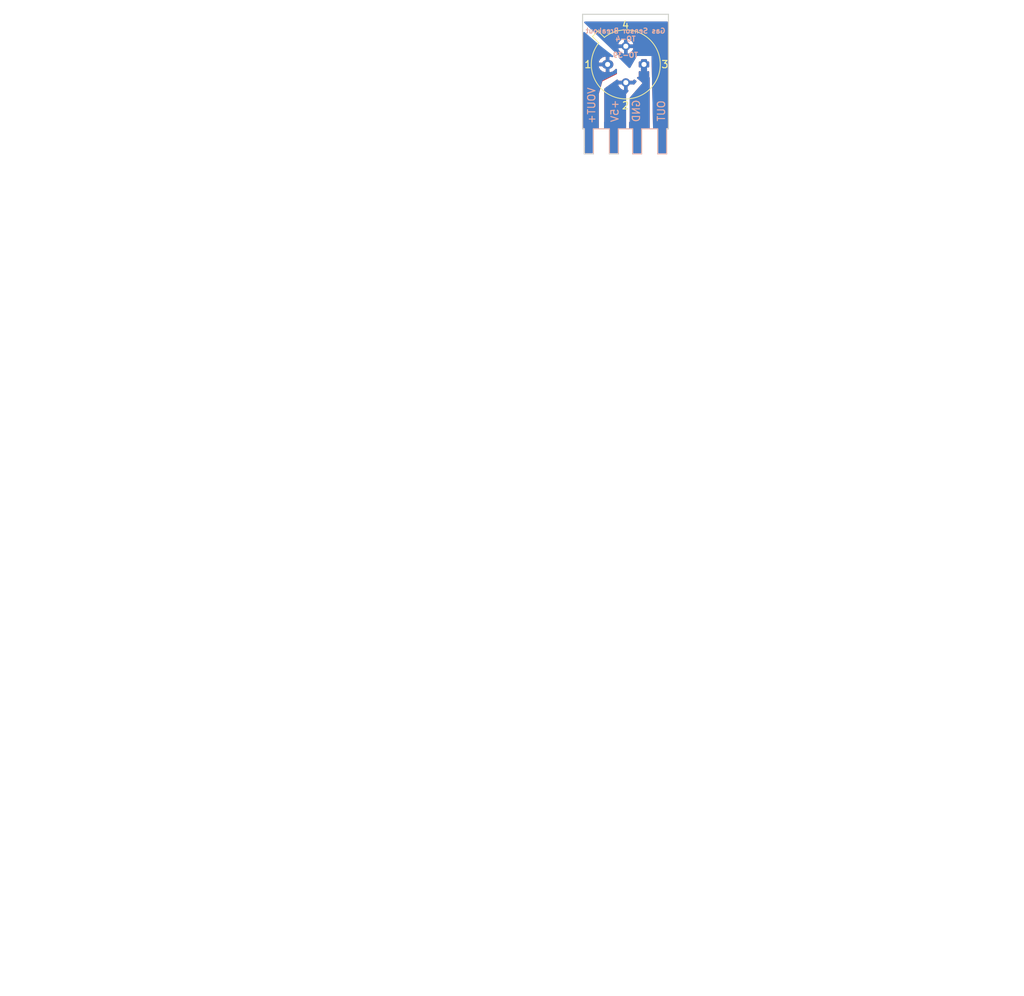
<source format=kicad_pcb>
(kicad_pcb (version 20171130) (host pcbnew 5.0.0-rc2)

  (general
    (thickness 1.6)
    (drawings 68)
    (tracks 0)
    (zones 0)
    (modules 2)
    (nets 5)
  )

  (page USLetter)
  (title_block
    (title "Project Title")
  )

  (layers
    (0 F.Cu signal)
    (31 B.Cu signal)
    (34 B.Paste user)
    (35 F.Paste user)
    (36 B.SilkS user)
    (37 F.SilkS user)
    (38 B.Mask user)
    (39 F.Mask user)
    (40 Dwgs.User user)
    (44 Edge.Cuts user)
    (46 B.CrtYd user hide)
    (47 F.CrtYd user hide)
    (48 B.Fab user hide)
    (49 F.Fab user hide)
  )

  (setup
    (last_trace_width 0.254)
    (user_trace_width 0.1524)
    (user_trace_width 0.254)
    (user_trace_width 0.3302)
    (user_trace_width 0.508)
    (user_trace_width 0.762)
    (user_trace_width 1.27)
    (trace_clearance 0.254)
    (zone_clearance 0)
    (zone_45_only no)
    (trace_min 0.1524)
    (segment_width 0.1524)
    (edge_width 0.01)
    (via_size 0.6858)
    (via_drill 0.3302)
    (via_min_size 0.6858)
    (via_min_drill 0.3302)
    (user_via 0.6858 0.3302)
    (user_via 0.762 0.4064)
    (user_via 0.8636 0.508)
    (uvia_size 0.6858)
    (uvia_drill 0.3302)
    (uvias_allowed no)
    (uvia_min_size 0)
    (uvia_min_drill 0)
    (pcb_text_width 0.1524)
    (pcb_text_size 1.016 1.016)
    (mod_edge_width 0.1524)
    (mod_text_size 1.016 1.016)
    (mod_text_width 0.1524)
    (pad_size 1.2 1.2)
    (pad_drill 0.7)
    (pad_to_mask_clearance 0.0762)
    (solder_mask_min_width 0.1016)
    (pad_to_paste_clearance -0.0762)
    (aux_axis_origin 0 0)
    (visible_elements 7FFFFFFF)
    (pcbplotparams
      (layerselection 0x310fc_ffffffff)
      (usegerberextensions true)
      (usegerberattributes false)
      (usegerberadvancedattributes false)
      (creategerberjobfile false)
      (excludeedgelayer true)
      (linewidth 0.100000)
      (plotframeref false)
      (viasonmask false)
      (mode 1)
      (useauxorigin false)
      (hpglpennumber 1)
      (hpglpenspeed 20)
      (hpglpendiameter 15)
      (psnegative false)
      (psa4output false)
      (plotreference true)
      (plotvalue true)
      (plotinvisibletext false)
      (padsonsilk false)
      (subtractmaskfromsilk false)
      (outputformat 1)
      (mirror false)
      (drillshape 0)
      (scaleselection 1)
      (outputdirectory gerbers/))
  )

  (net 0 "")
  (net 1 /VOut+)
  (net 2 +5V)
  (net 3 GND)
  (net 4 /VSenseOUT)

  (net_class Default "This is the default net class."
    (clearance 0.254)
    (trace_width 0.254)
    (via_dia 0.6858)
    (via_drill 0.3302)
    (uvia_dia 0.6858)
    (uvia_drill 0.3302)
    (add_net +5V)
    (add_net /VOut+)
    (add_net /VSenseOUT)
    (add_net GND)
  )

  (module to_39:TO-39-4 (layer F.Cu) (tedit 5D1ADB97) (tstamp 5D11432E)
    (at 113.5 66)
    (descr TO-39-4)
    (tags TO-39-4)
    (path /5D113ADE)
    (fp_text reference P1 (at 7.5 -5) (layer F.SilkS) hide
      (effects (font (size 1 1) (thickness 0.15)))
    )
    (fp_text value CONN_01X04 (at 2.54 5.82) (layer F.Fab)
      (effects (font (size 1 1) (thickness 0.15)))
    )
    (fp_text user %R (at -2.5 -5) (layer F.Fab)
      (effects (font (size 1 1) (thickness 0.15)))
    )
    (fp_line (start -0.465408 -3.61352) (end -1.27151 -4.419621) (layer F.Fab) (width 0.1))
    (fp_line (start -1.27151 -4.419621) (end -1.879621 -3.81151) (layer F.Fab) (width 0.1))
    (fp_line (start -1.879621 -3.81151) (end -1.07352 -3.005408) (layer F.Fab) (width 0.1))
    (fp_line (start -0.457084 -3.774902) (end -1.348039 -4.665856) (layer F.SilkS) (width 0.12))
    (fp_line (start -1.348039 -4.665856) (end -2.125856 -3.888039) (layer F.SilkS) (width 0.12))
    (fp_line (start -2.125856 -3.888039) (end -1.234902 -2.997084) (layer F.SilkS) (width 0.12))
    (fp_line (start -2.41 -4.95) (end -2.41 4.95) (layer F.CrtYd) (width 0.05))
    (fp_line (start -2.41 4.95) (end 7.49 4.95) (layer F.CrtYd) (width 0.05))
    (fp_line (start 7.49 4.95) (end 7.49 -4.95) (layer F.CrtYd) (width 0.05))
    (fp_line (start 7.49 -4.95) (end -2.41 -4.95) (layer F.CrtYd) (width 0.05))
    (fp_circle (center 2.54 0) (end 6.79 0) (layer F.Fab) (width 0.1))
    (fp_arc (start 2.54 0) (end -0.465408 -3.61352) (angle 349.5) (layer F.Fab) (width 0.1))
    (fp_arc (start 2.54 0) (end -0.457084 -3.774902) (angle 346.9) (layer F.SilkS) (width 0.12))
    (pad 1 thru_hole oval (at 0 0) (size 1.6 1.2) (drill 0.7) (layers *.Cu *.Mask)
      (net 1 /VOut+))
    (pad 2 thru_hole oval (at 2.54 2.54) (size 1.2 1.2) (drill 0.7) (layers *.Cu *.Mask)
      (net 2 +5V))
    (pad 3 thru_hole oval (at 5.08 0) (size 1.2 1.2) (drill 0.7) (layers *.Cu *.Mask)
      (net 3 GND) (zone_connect 1) (thermal_width 4))
    (pad 4 thru_hole oval (at 2.54 -2.54) (size 1.2 1.2) (drill 0.7) (layers *.Cu *.Mask)
      (net 4 /VSenseOUT))
    (model ${KISYS3DMOD}/Package_TO_SOT_THT.3dshapes/TO-39-4.wrl
      (at (xyz 0 0 0))
      (scale (xyz 1 1 1))
      (rotate (xyz 0 0 0))
    )
  )

  (module SteakElectronics:steakelectronics_fmask (layer B.Cu) (tedit 0) (tstamp 5D1BDC89)
    (at 127.8 62.8 180)
    (fp_text reference G*** (at 0 0 180) (layer B.Mask) hide
      (effects (font (size 1.524 1.524) (thickness 0.3)) (justify mirror))
    )
    (fp_text value LOGO (at 0.75 0 180) (layer B.Mask) hide
      (effects (font (size 1.524 1.524) (thickness 0.3)) (justify mirror))
    )
    (fp_poly (pts (xy 5.101457 0.864935) (xy 5.215637 0.827851) (xy 5.258911 0.760943) (xy 5.256052 0.710284)
      (xy 5.209764 0.644504) (xy 5.147599 0.643317) (xy 4.963596 0.667675) (xy 4.832097 0.652339)
      (xy 4.768689 0.59943) (xy 4.766549 0.591451) (xy 4.782414 0.531199) (xy 4.870041 0.492189)
      (xy 4.915886 0.482326) (xy 5.113334 0.416308) (xy 5.244151 0.312602) (xy 5.301787 0.18408)
      (xy 5.279694 0.043619) (xy 5.197554 -0.071372) (xy 5.051291 -0.156541) (xy 4.840636 -0.181897)
      (xy 4.583546 -0.152136) (xy 4.505528 -0.112784) (xy 4.480069 -0.018767) (xy 4.479636 0.003831)
      (xy 4.479636 0.139785) (xy 4.652282 0.067649) (xy 4.804479 0.024271) (xy 4.93084 0.024026)
      (xy 5.010295 0.063581) (xy 5.025097 0.126633) (xy 4.968647 0.191463) (xy 4.838354 0.239419)
      (xy 4.828071 0.241634) (xy 4.629836 0.311664) (xy 4.514018 0.422598) (xy 4.479636 0.561339)
      (xy 4.517011 0.719776) (xy 4.62863 0.823749) (xy 4.813731 0.872696) (xy 4.906818 0.876747)
      (xy 5.101457 0.864935)) (layer B.Mask) (width 0.01))
    (fp_poly (pts (xy 4.109286 0.869729) (xy 4.225069 0.841731) (xy 4.281533 0.786228) (xy 4.294909 0.707765)
      (xy 4.282919 0.627479) (xy 4.229315 0.618611) (xy 4.191 0.630404) (xy 3.991686 0.667801)
      (xy 3.836501 0.631103) (xy 3.734507 0.525593) (xy 3.694764 0.356556) (xy 3.694546 0.340835)
      (xy 3.729977 0.186171) (xy 3.821603 0.072865) (xy 3.947424 0.016831) (xy 4.08544 0.033986)
      (xy 4.105401 0.043623) (xy 4.220017 0.088188) (xy 4.279707 0.063961) (xy 4.294909 -0.017705)
      (xy 4.260436 -0.118285) (xy 4.191 -0.15562) (xy 3.999643 -0.181872) (xy 3.801148 -0.170245)
      (xy 3.648364 -0.125955) (xy 3.553784 -0.047651) (xy 3.464361 0.074324) (xy 3.447328 0.106281)
      (xy 3.387399 0.323202) (xy 3.417284 0.53352) (xy 3.534691 0.72373) (xy 3.555844 0.745857)
      (xy 3.657722 0.829823) (xy 3.768209 0.868535) (xy 3.918125 0.877454) (xy 4.109286 0.869729)) (layer B.Mask) (width 0.01))
    (fp_poly (pts (xy 3.232727 -0.184728) (xy 3.101879 -0.184728) (xy 3.00063 -0.178715) (xy 2.951788 -0.165671)
      (xy 2.945279 -0.114609) (xy 2.942347 0.009273) (xy 2.943167 0.186494) (xy 2.946972 0.36542)
      (xy 2.961398 0.877454) (xy 3.232727 0.877454) (xy 3.232727 -0.184728)) (layer B.Mask) (width 0.01))
    (fp_poly (pts (xy 2.032472 0.870707) (xy 2.094257 0.838816) (xy 2.154678 0.764305) (xy 2.231393 0.629702)
      (xy 2.263396 0.56892) (xy 2.424546 0.260386) (xy 2.438201 0.56892) (xy 2.447019 0.73287)
      (xy 2.461861 0.825145) (xy 2.492749 0.866346) (xy 2.549705 0.877077) (xy 2.588292 0.877454)
      (xy 2.724727 0.877454) (xy 2.724727 -0.190303) (xy 2.558939 -0.17597) (xy 2.471376 -0.162146)
      (xy 2.405217 -0.126707) (xy 2.342316 -0.051643) (xy 2.264525 0.081053) (xy 2.22412 0.156283)
      (xy 2.055091 0.474202) (xy 2.041522 0.144737) (xy 2.032597 -0.026239) (xy 2.018322 -0.124773)
      (xy 1.991028 -0.170757) (xy 1.943049 -0.184084) (xy 1.914522 -0.184728) (xy 1.801091 -0.184728)
      (xy 1.801091 0.877454) (xy 1.951669 0.877454) (xy 2.032472 0.870707)) (layer B.Mask) (width 0.01))
    (fp_poly (pts (xy 1.228439 0.870248) (xy 1.336705 0.841182) (xy 1.424238 0.779085) (xy 1.447308 0.756824)
      (xy 1.556627 0.592947) (xy 1.604676 0.399511) (xy 1.593131 0.202269) (xy 1.523669 0.026974)
      (xy 1.397965 -0.100618) (xy 1.391247 -0.104687) (xy 1.220062 -0.16453) (xy 1.014208 -0.179192)
      (xy 0.82097 -0.146085) (xy 0.796928 -0.137215) (xy 0.662851 -0.037998) (xy 0.566907 0.119199)
      (xy 0.519172 0.304358) (xy 0.52288 0.368712) (xy 0.827656 0.368712) (xy 0.850907 0.202449)
      (xy 0.880523 0.132812) (xy 0.963315 0.060814) (xy 1.078985 0.049755) (xy 1.195594 0.094775)
      (xy 1.281203 0.191011) (xy 1.282668 0.194026) (xy 1.319006 0.362208) (xy 1.276249 0.519616)
      (xy 1.171964 0.631417) (xy 1.084258 0.677168) (xy 1.011563 0.666199) (xy 0.946727 0.627701)
      (xy 0.861053 0.521354) (xy 0.827656 0.368712) (xy 0.52288 0.368712) (xy 0.529723 0.487462)
      (xy 0.559953 0.568763) (xy 0.668305 0.738832) (xy 0.792916 0.834711) (xy 0.962157 0.873777)
      (xy 1.063934 0.877454) (xy 1.228439 0.870248)) (layer B.Mask) (width 0.01))
    (fp_poly (pts (xy 0.031644 0.874091) (xy 0.14009 0.858698) (xy 0.210616 0.823318) (xy 0.270402 0.759995)
      (xy 0.273739 0.755772) (xy 0.339817 0.65596) (xy 0.369347 0.580104) (xy 0.369455 0.577272)
      (xy 0.342826 0.504196) (xy 0.27828 0.404609) (xy 0.273739 0.398773) (xy 0.221559 0.318175)
      (xy 0.217589 0.27808) (xy 0.222471 0.27709) (xy 0.260653 0.239856) (xy 0.319966 0.148072)
      (xy 0.38409 0.031621) (xy 0.436705 -0.079617) (xy 0.461489 -0.155761) (xy 0.461818 -0.161133)
      (xy 0.421264 -0.176959) (xy 0.322006 -0.1846) (xy 0.305785 -0.184728) (xy 0.188938 -0.169429)
      (xy 0.121016 -0.105473) (xy 0.090734 -0.042249) (xy 0.011857 0.105024) (xy -0.075958 0.202832)
      (xy -0.141844 0.230909) (xy -0.16742 0.189625) (xy -0.182761 0.085176) (xy -0.184727 0.02309)
      (xy -0.188743 -0.1047) (xy -0.211932 -0.165226) (xy -0.271005 -0.183553) (xy -0.323273 -0.184728)
      (xy -0.461818 -0.184728) (xy -0.461818 0.53109) (xy -0.184727 0.53109) (xy -0.157176 0.438368)
      (xy -0.089422 0.419488) (xy -0.003818 0.480336) (xy -0.001679 0.482886) (xy 0.03082 0.569617)
      (xy -0.016469 0.630714) (xy -0.095089 0.646545) (xy -0.165795 0.618009) (xy -0.184727 0.53109)
      (xy -0.461818 0.53109) (xy -0.461818 0.877454) (xy -0.141897 0.877454) (xy 0.031644 0.874091)) (layer B.Mask) (width 0.01))
    (fp_poly (pts (xy -1.073727 0.867471) (xy -0.854203 0.860467) (xy -0.710931 0.851062) (xy -0.627807 0.835835)
      (xy -0.588726 0.811364) (xy -0.577581 0.774228) (xy -0.577273 0.762) (xy -0.597147 0.697502)
      (xy -0.672228 0.66507) (xy -0.750454 0.655303) (xy -0.923636 0.640969) (xy -0.923636 -0.184728)
      (xy -1.200727 -0.184728) (xy -1.200727 0.646545) (xy -1.385454 0.646545) (xy -1.504409 0.652778)
      (xy -1.557284 0.682464) (xy -1.5701 0.752088) (xy -1.570182 0.763562) (xy -1.570182 0.880579)
      (xy -1.073727 0.867471)) (layer B.Mask) (width 0.01))
    (fp_poly (pts (xy -1.921044 0.867929) (xy -1.765643 0.85799) (xy -1.679789 0.839713) (xy -1.640712 0.801829)
      (xy -1.625641 0.733065) (xy -1.624228 0.72101) (xy -1.622816 0.629584) (xy -1.656418 0.608628)
      (xy -1.686246 0.617298) (xy -1.847903 0.669514) (xy -1.959734 0.673295) (xy -2.052226 0.62582)
      (xy -2.104109 0.578634) (xy -2.187273 0.474735) (xy -2.207266 0.372757) (xy -2.198658 0.308666)
      (xy -2.133075 0.137993) (xy -2.0178 0.045006) (xy -1.853751 0.030129) (xy -1.689927 0.074016)
      (xy -1.634013 0.072574) (xy -1.616474 -0.002056) (xy -1.616364 -0.013209) (xy -1.642506 -0.111574)
      (xy -1.689413 -0.156696) (xy -1.843821 -0.183462) (xy -2.031054 -0.173238) (xy -2.201117 -0.129918)
      (xy -2.235445 -0.114188) (xy -2.376757 -0.01893) (xy -2.456555 0.100167) (xy -2.489223 0.269791)
      (xy -2.492349 0.362471) (xy -2.486323 0.517355) (xy -2.456117 0.619485) (xy -2.387011 0.707985)
      (xy -2.348225 0.745492) (xy -2.257227 0.821728) (xy -2.171457 0.860526) (xy -2.056129 0.871855)
      (xy -1.921044 0.867929)) (layer B.Mask) (width 0.01))
    (fp_poly (pts (xy -2.818584 0.876224) (xy -2.708867 0.868607) (xy -2.653822 0.848714) (xy -2.634605 0.810657)
      (xy -2.632364 0.762) (xy -2.63985 0.693478) (xy -2.678057 0.659295) (xy -2.770603 0.647639)
      (xy -2.863273 0.646545) (xy -3.003716 0.640779) (xy -3.073535 0.618491) (xy -3.094025 0.572197)
      (xy -3.094182 0.565394) (xy -3.079299 0.515801) (xy -3.019544 0.496454) (xy -2.892252 0.500309)
      (xy -2.886364 0.500772) (xy -2.758835 0.507631) (xy -2.698326 0.491118) (xy -2.67985 0.436002)
      (xy -2.678545 0.374104) (xy -2.684192 0.286076) (xy -2.717858 0.244386) (xy -2.804637 0.231744)
      (xy -2.886364 0.230909) (xy -3.016233 0.224865) (xy -3.077645 0.199771) (xy -3.094102 0.14518)
      (xy -3.094182 0.138545) (xy -3.082025 0.083145) (xy -3.030423 0.055515) (xy -2.916682 0.046577)
      (xy -2.863273 0.046181) (xy -2.72623 0.042438) (xy -2.657863 0.023335) (xy -2.634551 -0.022939)
      (xy -2.632364 -0.069273) (xy -2.636301 -0.126534) (xy -2.660675 -0.16082) (xy -2.724332 -0.178022)
      (xy -2.846116 -0.184027) (xy -3.001818 -0.184728) (xy -3.371273 -0.184728) (xy -3.371273 0.877454)
      (xy -3.001818 0.877454) (xy -2.818584 0.876224)) (layer B.Mask) (width 0.01))
    (fp_poly (pts (xy -3.971636 0.046181) (xy -3.740727 0.046181) (xy -3.603685 0.042438) (xy -3.535318 0.023335)
      (xy -3.512006 -0.022939) (xy -3.509818 -0.069273) (xy -3.513422 -0.125182) (xy -3.536426 -0.159303)
      (xy -3.597115 -0.177015) (xy -3.713778 -0.183697) (xy -3.902364 -0.184728) (xy -4.294909 -0.184728)
      (xy -4.294909 0.877454) (xy -3.971636 0.877454) (xy -3.971636 0.046181)) (layer B.Mask) (width 0.01))
    (fp_poly (pts (xy -4.665857 0.876224) (xy -4.55614 0.868607) (xy -4.501095 0.848714) (xy -4.481878 0.810657)
      (xy -4.479636 0.762) (xy -4.48825 0.690755) (xy -4.530589 0.657) (xy -4.631401 0.646986)
      (xy -4.687454 0.646545) (xy -4.82443 0.637479) (xy -4.886823 0.606654) (xy -4.895273 0.577272)
      (xy -4.864769 0.529105) (xy -4.763653 0.509257) (xy -4.710545 0.508) (xy -4.592097 0.502529)
      (xy -4.539441 0.472881) (xy -4.52611 0.399204) (xy -4.525818 0.369454) (xy -4.533113 0.280618)
      (xy -4.572643 0.241126) (xy -4.670879 0.231127) (xy -4.710545 0.230909) (xy -4.831401 0.223163)
      (xy -4.884814 0.191857) (xy -4.895273 0.138545) (xy -4.883116 0.083145) (xy -4.831514 0.055515)
      (xy -4.717773 0.046577) (xy -4.664364 0.046181) (xy -4.527321 0.042438) (xy -4.458954 0.023335)
      (xy -4.435642 -0.022939) (xy -4.433454 -0.069273) (xy -4.437059 -0.125182) (xy -4.460062 -0.159303)
      (xy -4.520752 -0.177015) (xy -4.637414 -0.183697) (xy -4.826 -0.184728) (xy -5.218545 -0.184728)
      (xy -5.218545 0.877454) (xy -4.849091 0.877454) (xy -4.665857 0.876224)) (layer B.Mask) (width 0.01))
    (fp_poly (pts (xy -6.562818 0.867873) (xy -6.520769 0.821083) (xy -6.503359 0.710011) (xy -6.502879 0.704272)
      (xy -6.488545 0.53109) (xy -6.327229 0.704272) (xy -6.209451 0.814749) (xy -6.104336 0.866104)
      (xy -5.992411 0.877454) (xy -5.880898 0.871312) (xy -5.821771 0.856083) (xy -5.818909 0.851365)
      (xy -5.849545 0.808485) (xy -5.929973 0.720792) (xy -6.042972 0.607034) (xy -6.046265 0.603824)
      (xy -6.273621 0.382372) (xy -6.023174 0.135036) (xy -5.903451 0.012365) (xy -5.814891 -0.086826)
      (xy -5.773818 -0.144056) (xy -5.772727 -0.148514) (xy -5.813519 -0.171898) (xy -5.914534 -0.184183)
      (xy -5.944161 -0.184728) (xy -6.061062 -0.170913) (xy -6.166692 -0.118523) (xy -6.292261 -0.011141)
      (xy -6.313616 0.009615) (xy -6.511636 0.203958) (xy -6.511636 0.009615) (xy -6.516429 -0.112781)
      (xy -6.543098 -0.168743) (xy -6.610085 -0.184135) (xy -6.650182 -0.184728) (xy -6.788727 -0.184728)
      (xy -6.788727 0.877454) (xy -6.65297 0.877454) (xy -6.562818 0.867873)) (layer B.Mask) (width 0.01))
    (fp_poly (pts (xy -7.314312 0.866507) (xy -7.248339 0.820291) (xy -7.214597 0.750454) (xy -7.173248 0.63831)
      (xy -7.114759 0.478767) (xy -7.06639 0.346363) (xy -7.005891 0.181938) (xy -6.952245 0.038636)
      (xy -6.923214 -0.03681) (xy -6.889122 -0.133702) (xy -6.90426 -0.175072) (xy -6.986869 -0.184562)
      (xy -7.037341 -0.184728) (xy -7.15589 -0.168661) (xy -7.211413 -0.111916) (xy -7.217745 -0.092364)
      (xy -7.25358 -0.031257) (xy -7.335756 -0.004401) (xy -7.435273 0) (xy -7.565687 -0.009484)
      (xy -7.631302 -0.04538) (xy -7.652801 -0.092364) (xy -7.697656 -0.159958) (xy -7.79994 -0.184007)
      (xy -7.833204 -0.184728) (xy -7.937961 -0.180578) (xy -7.988597 -0.170419) (xy -7.989454 -0.168744)
      (xy -7.985193 -0.151579) (xy -7.969891 -0.105763) (xy -7.939771 -0.020832) (xy -7.891056 0.113678)
      (xy -7.819968 0.308231) (xy -7.812634 0.328224) (xy -7.520627 0.328224) (xy -7.507453 0.254838)
      (xy -7.430332 0.230909) (xy -7.359963 0.250181) (xy -7.361059 0.303959) (xy -7.387589 0.416868)
      (xy -7.39056 0.454049) (xy -7.399238 0.500986) (xy -7.433637 0.474861) (xy -7.459832 0.441446)
      (xy -7.520627 0.328224) (xy -7.812634 0.328224) (xy -7.72273 0.57329) (xy -7.65764 0.750454)
      (xy -7.611142 0.836227) (xy -7.534787 0.87174) (xy -7.436358 0.877454) (xy -7.314312 0.866507)) (layer B.Mask) (width 0.01))
    (fp_poly (pts (xy -8.268038 0.876224) (xy -8.158321 0.868607) (xy -8.103277 0.848714) (xy -8.08406 0.810657)
      (xy -8.081818 0.762) (xy -8.090432 0.690755) (xy -8.132771 0.657) (xy -8.233583 0.646986)
      (xy -8.289636 0.646545) (xy -8.428573 0.636789) (xy -8.49078 0.60456) (xy -8.497454 0.579928)
      (xy -8.456912 0.529435) (xy -8.33203 0.501755) (xy -8.301182 0.499109) (xy -8.177009 0.48385)
      (xy -8.12003 0.451033) (xy -8.105082 0.384037) (xy -8.104909 0.369454) (xy -8.115577 0.295639)
      (xy -8.164357 0.258593) (xy -8.276413 0.241693) (xy -8.301182 0.239799) (xy -8.428413 0.222331)
      (xy -8.486129 0.186474) (xy -8.497454 0.13589) (xy -8.484471 0.08195) (xy -8.430546 0.055058)
      (xy -8.313214 0.046487) (xy -8.266545 0.046181) (xy -8.129503 0.042438) (xy -8.061136 0.023335)
      (xy -8.037824 -0.022939) (xy -8.035636 -0.069273) (xy -8.03924 -0.125182) (xy -8.062244 -0.159303)
      (xy -8.122934 -0.177015) (xy -8.239596 -0.183697) (xy -8.428182 -0.184728) (xy -8.820727 -0.184728)
      (xy -8.820727 0.877454) (xy -8.451273 0.877454) (xy -8.268038 0.876224)) (layer B.Mask) (width 0.01))
    (fp_poly (pts (xy -8.913091 0.762) (xy -8.925167 0.683922) (xy -8.979512 0.651959) (xy -9.074727 0.646545)
      (xy -9.236364 0.646545) (xy -9.236364 -0.184728) (xy -9.367212 -0.184728) (xy -9.47298 -0.174837)
      (xy -9.528848 -0.15394) (xy -9.543 -0.096444) (xy -9.553721 0.029644) (xy -9.55925 0.200567)
      (xy -9.559636 0.261697) (xy -9.559636 0.646545) (xy -9.721273 0.646545) (xy -9.830581 0.655171)
      (xy -9.875329 0.693988) (xy -9.882909 0.762) (xy -9.882909 0.877454) (xy -8.913091 0.877454)
      (xy -8.913091 0.762)) (layer B.Mask) (width 0.01))
    (fp_poly (pts (xy -10.158204 0.875854) (xy -10.069402 0.864754) (xy -10.0309 0.834709) (xy -10.021665 0.77627)
      (xy -10.021454 0.7441) (xy -10.027054 0.663862) (xy -10.060106 0.625678) (xy -10.144997 0.61543)
      (xy -10.240818 0.6171) (xy -10.391114 0.610761) (xy -10.470402 0.585976) (xy -10.472315 0.550055)
      (xy -10.390488 0.510309) (xy -10.344727 0.49777) (xy -10.158829 0.444365) (xy -10.047109 0.384254)
      (xy -9.991886 0.301103) (xy -9.975479 0.178577) (xy -9.975273 0.156451) (xy -9.989305 0.009734)
      (xy -10.039912 -0.081237) (xy -10.077912 -0.112836) (xy -10.193007 -0.156154) (xy -10.360897 -0.177716)
      (xy -10.544041 -0.175024) (xy -10.679545 -0.152893) (xy -10.745694 -0.091002) (xy -10.760364 0.002243)
      (xy -10.752816 0.094134) (xy -10.712668 0.113601) (xy -10.641903 0.09122) (xy -10.503375 0.057053)
      (xy -10.384516 0.046181) (xy -10.284165 0.068823) (xy -10.256094 0.121877) (xy -10.296743 0.18304)
      (xy -10.40255 0.230008) (xy -10.414279 0.232599) (xy -10.598525 0.285155) (xy -10.706519 0.358911)
      (xy -10.754143 0.468546) (xy -10.760364 0.552508) (xy -10.743297 0.706343) (xy -10.682561 0.804674)
      (xy -10.563853 0.858016) (xy -10.372869 0.876885) (xy -10.318338 0.877454) (xy -10.158204 0.875854)) (layer B.Mask) (width 0.01))
    (fp_poly (pts (xy 9.799186 2.060383) (xy 9.907996 2.000373) (xy 10.005801 1.939636) (xy 10.137933 1.862775)
      (xy 10.24539 1.812467) (xy 10.288912 1.80109) (xy 10.372483 1.773052) (xy 10.490649 1.703466)
      (xy 10.610784 1.614127) (xy 10.700262 1.526832) (xy 10.701168 1.525695) (xy 10.74143 1.43075)
      (xy 10.758895 1.303421) (xy 10.715872 1.152797) (xy 10.584376 0.977349) (xy 10.364782 0.777481)
      (xy 10.058341 0.554181) (xy 9.90482 0.448734) (xy 9.808626 0.368021) (xy 9.750405 0.285293)
      (xy 9.710802 0.173798) (xy 9.6743 0.023364) (xy 9.609947 -0.197163) (xy 9.518755 -0.388594)
      (xy 9.382499 -0.585068) (xy 9.28795 -0.700369) (xy 9.217241 -0.818906) (xy 9.15202 -0.984225)
      (xy 9.108117 -1.151324) (xy 9.098514 -1.238916) (xy 9.057279 -1.361944) (xy 8.950608 -1.488404)
      (xy 8.801838 -1.596225) (xy 8.655452 -1.657935) (xy 8.386503 -1.70311) (xy 8.133945 -1.676024)
      (xy 8.012546 -1.639319) (xy 7.831919 -1.548155) (xy 7.701097 -1.411694) (xy 7.607135 -1.212761)
      (xy 7.558599 -1.037037) (xy 7.462464 -0.745982) (xy 7.320863 -0.477361) (xy 7.318362 -0.473579)
      (xy 7.245697 -0.346897) (xy 8.662314 -0.346897) (xy 8.712228 -0.354169) (xy 8.797636 -0.356246)
      (xy 8.907158 -0.353312) (xy 8.947191 -0.34508) (xy 8.925271 -0.336946) (xy 8.798575 -0.32863)
      (xy 8.694362 -0.336316) (xy 8.662314 -0.346897) (xy 7.245697 -0.346897) (xy 7.203372 -0.273111)
      (xy 7.197294 -0.254533) (xy 8.754678 -0.254533) (xy 8.804592 -0.261805) (xy 8.89 -0.263883)
      (xy 8.999521 -0.260948) (xy 9.039554 -0.252717) (xy 9.017635 -0.244582) (xy 8.890939 -0.236267)
      (xy 8.786726 -0.243952) (xy 8.754678 -0.254533) (xy 7.197294 -0.254533) (xy 7.167076 -0.162169)
      (xy 8.847042 -0.162169) (xy 8.896956 -0.169442) (xy 8.982364 -0.171519) (xy 9.091885 -0.168584)
      (xy 9.131918 -0.160353) (xy 9.109999 -0.152219) (xy 8.983303 -0.143903) (xy 8.87909 -0.151588)
      (xy 8.847042 -0.162169) (xy 7.167076 -0.162169) (xy 7.142094 -0.08581) (xy 7.13676 -0.048908)
      (xy 8.820727 -0.048908) (xy 8.86035 -0.07896) (xy 8.956905 -0.091197) (xy 9.076916 -0.086728)
      (xy 9.186913 -0.066663) (xy 9.251208 -0.034637) (xy 9.289977 0.046492) (xy 9.317495 0.17478)
      (xy 9.321001 0.207818) (xy 9.347903 0.356162) (xy 9.394122 0.481411) (xy 9.402884 0.496454)
      (xy 9.439424 0.56174) (xy 9.425648 0.591644) (xy 9.344656 0.599974) (xy 9.275701 0.600363)
      (xy 9.08915 0.574797) (xy 8.97304 0.492832) (xy 8.919208 0.346571) (xy 8.913091 0.249567)
      (xy 8.903192 0.121349) (xy 8.878363 0.03637) (xy 8.866909 0.02309) (xy 8.822489 -0.035951)
      (xy 8.820727 -0.048908) (xy 7.13676 -0.048908) (xy 7.123697 0.041452) (xy 7.10604 0.19032)
      (xy 7.075029 0.278722) (xy 7.009759 0.338247) (xy 6.889322 0.400483) (xy 6.884564 0.402757)
      (xy 6.663515 0.531132) (xy 6.452079 0.694413) (xy 6.265421 0.876394) (xy 6.118703 1.06087)
      (xy 6.027089 1.231636) (xy 6.003636 1.344234) (xy 6.017572 1.420578) (xy 6.068355 1.500817)
      (xy 6.16945 1.601137) (xy 6.324444 1.729851) (xy 6.501657 1.867291) (xy 6.622283 1.952296)
      (xy 6.682728 1.982933) (xy 6.679399 1.957274) (xy 6.625334 1.891513) (xy 6.566215 1.767534)
      (xy 6.551176 1.600453) (xy 6.579891 1.428158) (xy 6.630268 1.317814) (xy 6.717002 1.230821)
      (xy 6.843944 1.149049) (xy 6.870832 1.13608) (xy 6.983747 1.091229) (xy 7.072456 1.082715)
      (xy 7.181287 1.110483) (xy 7.250816 1.135613) (xy 7.430882 1.193944) (xy 7.630182 1.246342)
      (xy 7.689273 1.259149) (xy 7.865076 1.283491) (xy 8.088722 1.298528) (xy 8.341719 1.304824)
      (xy 8.605578 1.302943) (xy 8.861808 1.29345) (xy 9.091918 1.27691) (xy 9.277419 1.253888)
      (xy 9.39982 1.224949) (xy 9.434449 1.205841) (xy 9.532095 1.162713) (xy 9.67765 1.15462)
      (xy 9.834752 1.178793) (xy 9.967039 1.232462) (xy 9.989406 1.248113) (xy 10.10333 1.364931)
      (xy 10.1433 1.486536) (xy 10.1076 1.624405) (xy 9.994513 1.790016) (xy 9.891167 1.905)
      (xy 9.792942 2.013352) (xy 9.761558 2.064927) (xy 9.799186 2.060383)) (layer B.Mask) (width 0.01))
  )

  (gr_poly (pts (xy 118.5 74.5) (xy 118.5 77.5) (xy 118.5 78.5) (xy 116.5 78.5) (xy 116.5 74.5)) (layer F.Mask) (width 0.15) (tstamp 5D1BCE62))
  (gr_poly (pts (xy 122 74.5) (xy 122 77.5) (xy 122 78.5) (xy 120 78.5) (xy 120 74.5)) (layer F.Mask) (width 0.15) (tstamp 5D1BCE60))
  (gr_poly (pts (xy 112 74.5) (xy 112 77.5) (xy 112 78.5) (xy 110 78.5) (xy 110 74.5)) (layer F.Mask) (width 0.15) (tstamp 5D1BCE5E))
  (gr_line (start 115.125 75) (end 115 75) (layer Edge.Cuts) (width 0.01))
  (gr_line (start 111.75 75) (end 111.5 75) (layer Edge.Cuts) (width 0.01))
  (gr_line (start 113.625 75) (end 113.75 75) (layer Edge.Cuts) (width 0.01))
  (gr_line (start 116.875 75) (end 117 75) (layer Edge.Cuts) (width 0.01))
  (gr_line (start 120.25 75) (end 118.5 75) (layer Edge.Cuts) (width 0.01))
  (gr_line (start 121.75 75) (end 122 75) (layer B.SilkS) (width 0.1524))
  (gr_line (start 121.75 78.5) (end 121.75 75) (layer B.SilkS) (width 0.1524))
  (gr_line (start 120.5 78.5) (end 121.75 78.5) (layer B.SilkS) (width 0.1524))
  (gr_line (start 120.5 75) (end 120.5 78.5) (layer B.SilkS) (width 0.1524))
  (gr_line (start 118.25 75) (end 120.5 75) (layer B.SilkS) (width 0.1524))
  (gr_line (start 118.25 78.5) (end 118.25 75) (layer B.SilkS) (width 0.1524))
  (gr_line (start 117 78.5) (end 118.25 78.5) (layer B.SilkS) (width 0.1524))
  (gr_line (start 117 75) (end 117 78.5) (layer B.SilkS) (width 0.1524))
  (gr_line (start 115 75) (end 117 75) (layer B.SilkS) (width 0.1524))
  (gr_line (start 115 78.5) (end 115 75) (layer B.SilkS) (width 0.1524))
  (gr_line (start 113.75 78.5) (end 115 78.5) (layer B.SilkS) (width 0.1524))
  (gr_line (start 113.75 75) (end 113.75 78.5) (layer B.SilkS) (width 0.1524))
  (gr_line (start 111.5 75) (end 113.75 75) (layer B.SilkS) (width 0.1524))
  (gr_line (start 111.5 78.5) (end 111.5 75) (layer B.SilkS) (width 0.1524))
  (gr_line (start 110.25 78.5) (end 111.5 78.5) (layer B.SilkS) (width 0.1524))
  (gr_line (start 110.25 75) (end 110.25 78.5) (layer B.SilkS) (width 0.1524))
  (gr_line (start 110 75) (end 110.25 75) (layer B.SilkS) (width 0.1524))
  (gr_line (start 110 74.75) (end 110 75) (layer B.SilkS) (width 0.1524))
  (gr_line (start 110 59) (end 110 60) (layer Edge.Cuts) (width 0.1524))
  (gr_line (start 122 60) (end 122 59) (layer Edge.Cuts) (width 0.1524))
  (gr_poly (pts (xy 122.25 74.5) (xy 122.25 77.5) (xy 122.25 78.5) (xy 120.25 78.5) (xy 120.25 74.5)) (layer B.Mask) (width 0.15) (tstamp 5D1BCBE3))
  (gr_poly (pts (xy 118.75 74.5) (xy 118.75 77.5) (xy 118.75 78.5) (xy 116.75 78.5) (xy 116.75 74.5)) (layer B.Mask) (width 0.15) (tstamp 5D1BCBE1))
  (gr_poly (pts (xy 111.75 74.5) (xy 111.75 77.5) (xy 111.75 78.5) (xy 109.75 78.5) (xy 109.75 74.5)) (layer B.Mask) (width 0.15) (tstamp 5D1BCBD5))
  (gr_line (start 118.25 75) (end 118.5 75) (layer Edge.Cuts) (width 0.01))
  (gr_line (start 118.25 78.5) (end 118.25 75) (layer Edge.Cuts) (width 0.01))
  (gr_line (start 117 78.5) (end 118.25 78.5) (layer Edge.Cuts) (width 0.01))
  (gr_line (start 117 75) (end 117 78.5) (layer Edge.Cuts) (width 0.01))
  (gr_line (start 115 78.5) (end 115 75) (layer Edge.Cuts) (width 0.01))
  (gr_line (start 113.75 78.5) (end 115 78.5) (layer Edge.Cuts) (width 0.1524))
  (gr_line (start 113.75 75) (end 113.75 78.5) (layer Edge.Cuts) (width 0.01))
  (gr_line (start 111.5 78.5) (end 110.25 78.5) (layer Edge.Cuts) (width 0.1524))
  (gr_line (start 111.5 78.5) (end 111.5 75) (layer Edge.Cuts) (width 0.01))
  (gr_line (start 120.5 75) (end 120.25 75) (layer Edge.Cuts) (width 0.01))
  (gr_line (start 120.5 78.5) (end 120.5 75) (layer Edge.Cuts) (width 0.01))
  (gr_line (start 121.75 78.5) (end 120.5 78.5) (layer Edge.Cuts) (width 0.01))
  (gr_line (start 121.75 77.5) (end 121.75 78.5) (layer Edge.Cuts) (width 0.01))
  (gr_line (start 110.25 77.5) (end 110.25 78.5) (layer Edge.Cuts) (width 0.1524))
  (gr_text OUT (at 121 72.5 90) (layer B.SilkS)
    (effects (font (size 1.016 1.016) (thickness 0.1524)) (justify mirror))
  )
  (gr_text GND (at 117.5 72.5 90) (layer B.SilkS)
    (effects (font (size 1.016 1.016) (thickness 0.1524)) (justify mirror))
  )
  (gr_text +5V (at 114.5 72.5 90) (layer B.SilkS)
    (effects (font (size 1.016 1.016) (thickness 0.1524)) (justify mirror))
  )
  (gr_text VOUT+ (at 111.25 71.75 90) (layer B.SilkS)
    (effects (font (size 1.016 1.016) (thickness 0.1524)) (justify mirror))
  )
  (gr_line (start 110 60) (end 110 62) (layer Edge.Cuts) (width 0.1524))
  (gr_line (start 122 60) (end 122 62) (layer Edge.Cuts) (width 0.1524))
  (gr_text 4 (at 116 60.5) (layer F.SilkS)
    (effects (font (size 1.016 1.016) (thickness 0.1524)))
  )
  (gr_text "3\n" (at 121.5 66) (layer F.SilkS)
    (effects (font (size 1.016 1.016) (thickness 0.1524)))
  )
  (gr_text 2 (at 116 71.75) (layer F.SilkS)
    (effects (font (size 1.016 1.016) (thickness 0.1524)))
  )
  (gr_text 1 (at 110.75 66) (layer F.SilkS)
    (effects (font (size 1.016 1.016) (thickness 0.1524)))
  )
  (gr_poly (pts (xy 115.25 74.5) (xy 115.25 77.5) (xy 115.25 78.5) (xy 113.25 78.5) (xy 113.25 74.5)) (layer B.Mask) (width 0.15) (tstamp 5D1146BA))
  (gr_poly (pts (xy 115.5 74.5) (xy 115.5 77.5) (xy 115.5 78.5) (xy 113.5 78.5) (xy 113.5 74.5)) (layer F.Mask) (width 0.15))
  (gr_text "Gas Sensor Breakout\nTO-4\n\nTO-39" (at 116 63) (layer B.SilkS)
    (effects (font (size 0.7 0.7) (thickness 0.1524)) (justify mirror))
  )
  (gr_line (start 122 62) (end 122 75) (layer Edge.Cuts) (width 0.1524))
  (gr_line (start 110 62) (end 110 75) (layer Edge.Cuts) (width 0.1524))
  (gr_line (start 122 59) (end 110 59) (layer Edge.Cuts) (width 0.1524))
  (gr_line (start 113.625 75) (end 111.75 75) (layer Edge.Cuts) (width 0.01))
  (gr_line (start 116.875 75) (end 115.125 75) (layer Edge.Cuts) (width 0.01))
  (gr_line (start 121.75 75) (end 122 75) (layer Edge.Cuts) (width 0.1524))
  (gr_line (start 110.25 75) (end 110 75) (layer Edge.Cuts) (width 0.1524))
  (gr_line (start 121.75 75) (end 121.75 77.5) (layer Edge.Cuts) (width 0.01))
  (gr_line (start 110.25 75) (end 110.25 77.5) (layer Edge.Cuts) (width 0.1524))
  (gr_text "FABRICATION NOTES\n\n1. THIS IS A 2 LAYER BOARD. \n2. EXTERNAL LAYERS SHALL HAVE 1 OZ COPPER.\n3. MATERIAL: FR4 AND 0.062 INCH +/- 10% THICK.\n4. BOARDS SHALL BE ROHS COMPLIANT. \n5. MANUFACTURE IN ACCORDANCE WITH IPC-6012 CLASS 2\n6. MASK: BOTH SIDES OF THE BOARD SHALL HAVE \n   SOLDER MASK (ANY COLOR) OVER BARE COPPER. \n7. SILK: BOTH SIDES OF THE BOARD SHALL HAVE \n   WHITE SILKSCREEN. DO NOT PLACE SILK OVER BARE COPPER.\n8. FINISH: ENIG.\n9. MINIMUM TRACE WIDTH - 0.006 INCH.\n   MINIMUM SPACE - 0.006 INCH.\n   MINIMUM HOLE DIA - 0.013 INCH. \n10. MAX HOLE PLACEMENT TOLERANCE OF +/- 0.003 INCH.\n11. MAX HOLE DIAMETER TOLERANCE OF +/- 0.003 INCH AFTER PLATING." (at 28.6 161.5) (layer Dwgs.User)
    (effects (font (size 2.54 2.54) (thickness 0.254)) (justify left))
  )

  (zone (net 2) (net_name +5V) (layer F.Cu) (tstamp 5D11465D) (hatch edge 0.508)
    (connect_pads (clearance 0))
    (min_thickness 0.254)
    (fill yes (arc_segments 16) (thermal_gap 0.508) (thermal_bridge_width 0.508))
    (polygon
      (pts
        (xy 117.602 68.358) (xy 116.078 70.136) (xy 116.078 76.994) (xy 116 76.994) (xy 116 80)
        (xy 113 80) (xy 113 74) (xy 113.03 74) (xy 113.03 69.374) (xy 114.808 68.104)
        (xy 115.57 67.342) (xy 115.57 66.834)
      )
    )
    (filled_polygon
      (pts
        (xy 114.971269 68.413) (xy 115.913 68.413) (xy 115.913 68.393) (xy 116.167 68.393) (xy 116.167 68.413)
        (xy 117.108731 68.413) (xy 117.225581 68.234435) (xy 117.417358 68.378268) (xy 117.135201 68.707451) (xy 117.108731 68.667)
        (xy 116.167 68.667) (xy 116.167 69.609714) (xy 116.292172 69.690985) (xy 115.981574 70.053349) (xy 115.957285 70.096541)
        (xy 115.951 70.136) (xy 115.951 74.868) (xy 115.012999 74.868) (xy 115 74.865414) (xy 114.987 74.868)
        (xy 114.948496 74.875659) (xy 114.904833 74.904833) (xy 114.875659 74.948496) (xy 114.865414 75) (xy 114.868001 75.013005)
        (xy 114.868 78.2968) (xy 113.882 78.2968) (xy 113.881999 75.013005) (xy 113.884586 75) (xy 113.874341 74.948496)
        (xy 113.845167 74.904833) (xy 113.801504 74.875659) (xy 113.763 74.868) (xy 113.75 74.865414) (xy 113.737001 74.868)
        (xy 113.127 74.868) (xy 113.127 74.079032) (xy 113.147333 74.048601) (xy 113.157 74) (xy 113.157 69.439356)
        (xy 113.971445 68.857609) (xy 114.846538 68.857609) (xy 114.971503 69.159327) (xy 115.289844 69.52108) (xy 115.722389 69.733472)
        (xy 115.913 69.609714) (xy 115.913 68.667) (xy 114.971269 68.667) (xy 114.846538 68.857609) (xy 113.971445 68.857609)
        (xy 114.851065 68.229309)
      )
    )
  )
  (zone (net 3) (net_name GND) (layer F.Cu) (tstamp 5D11465A) (hatch edge 0.508)
    (connect_pads (clearance 0))
    (min_thickness 0.254)
    (fill yes (arc_segments 16) (thermal_gap 0.508) (thermal_bridge_width 0.508))
    (polygon
      (pts
        (xy 119.38 76.994) (xy 119 76.994) (xy 119 80) (xy 116.5 80) (xy 116.5 74)
        (xy 116.586 74) (xy 116.586 70.644) (xy 118.364 68.612) (xy 118.11 68.358) (xy 116.586 67.088)
        (xy 117.094 66.326) (xy 117.856 65.056) (xy 119.38 65.056)
      )
    )
    (filled_polygon
      (pts
        (xy 118.88 65.7) (xy 119.18 65.7) (xy 119.18 66.3) (xy 118.88 66.3) (xy 118.88 67.039287)
        (xy 119.063721 67.136357) (xy 119.18 67.057012) (xy 119.18 67.873002) (xy 119.253 67.873002) (xy 119.253 74.868)
        (xy 118.262999 74.868) (xy 118.25 74.865414) (xy 118.237 74.868) (xy 118.198496 74.875659) (xy 118.154833 74.904833)
        (xy 118.125659 74.948496) (xy 118.115414 75) (xy 118.118001 75.013005) (xy 118.118 78.368) (xy 117.132 78.368)
        (xy 117.131999 75.013005) (xy 117.134586 75) (xy 117.124341 74.948496) (xy 117.095167 74.904833) (xy 117.051504 74.875659)
        (xy 117.013 74.868) (xy 117 74.865414) (xy 116.987001 74.868) (xy 116.627 74.868) (xy 116.627 74.118845)
        (xy 116.634601 74.117333) (xy 116.675803 74.089803) (xy 116.703333 74.048601) (xy 116.713 74) (xy 116.713 70.691718)
        (xy 118.459577 68.69563) (xy 118.484306 68.652688) (xy 118.490719 68.603552) (xy 118.47784 68.555702) (xy 118.453803 68.522197)
        (xy 118.199803 68.268197) (xy 118.191303 68.260436) (xy 117.726382 67.873002) (xy 117.98 67.873002) (xy 117.98 67.057012)
        (xy 118.096279 67.136357) (xy 118.28 67.039287) (xy 118.28 66.3) (xy 117.98 66.3) (xy 117.98 65.7)
        (xy 118.28 65.7) (xy 118.28 65.4) (xy 118.88 65.4)
      )
    )
  )
  (zone (net 4) (net_name /VSenseOUT) (layer F.Cu) (tstamp 5D114657) (hatch edge 0.508)
    (connect_pads (clearance 0))
    (min_thickness 0.254)
    (fill yes (arc_segments 16) (thermal_gap 0.508) (thermal_bridge_width 0.508))
    (polygon
      (pts
        (xy 115.062 64.802) (xy 108.712 58.706) (xy 124.206 58.706) (xy 123.698 76.994) (xy 119.888 76.994)
        (xy 119.634 64.802) (xy 117.602 64.802) (xy 116.586 66.58) (xy 115.062 65.056)
      )
    )
    (filled_polygon
      (pts
        (xy 121.796801 61.979988) (xy 121.7968 61.979993) (xy 121.796801 74.7968) (xy 121.729992 74.7968) (xy 121.670716 74.808591)
        (xy 121.603502 74.853502) (xy 121.558591 74.920716) (xy 121.54282 75) (xy 121.558591 75.079284) (xy 121.603502 75.146498)
        (xy 121.618 75.156185) (xy 121.618001 76.867) (xy 120.631999 76.867) (xy 120.632 75.013) (xy 120.634586 75)
        (xy 120.624341 74.948496) (xy 120.595167 74.904833) (xy 120.551504 74.875659) (xy 120.513 74.868) (xy 120.512999 74.868)
        (xy 120.5 74.865414) (xy 120.487 74.868) (xy 119.970735 74.868) (xy 119.760972 64.799355) (xy 119.750295 64.750966)
        (xy 119.721913 64.710346) (xy 119.680146 64.68368) (xy 119.634 64.675) (xy 117.602 64.675) (xy 117.553399 64.684667)
        (xy 117.512197 64.712197) (xy 117.491733 64.73899) (xy 116.558229 66.372623) (xy 115.189 65.003394) (xy 115.189 64.802)
        (xy 115.179333 64.753399) (xy 115.149952 64.710384) (xy 114.178312 63.777609) (xy 114.846538 63.777609) (xy 114.971503 64.079327)
        (xy 115.289844 64.44108) (xy 115.722389 64.653472) (xy 115.913 64.529714) (xy 115.913 63.587) (xy 116.167 63.587)
        (xy 116.167 64.529714) (xy 116.357611 64.653472) (xy 116.790156 64.44108) (xy 117.108497 64.079327) (xy 117.233462 63.777609)
        (xy 117.108731 63.587) (xy 116.167 63.587) (xy 115.913 63.587) (xy 114.971269 63.587) (xy 114.846538 63.777609)
        (xy 114.178312 63.777609) (xy 113.516627 63.142391) (xy 114.846538 63.142391) (xy 114.971269 63.333) (xy 115.913 63.333)
        (xy 115.913 62.390286) (xy 116.167 62.390286) (xy 116.167 63.333) (xy 117.108731 63.333) (xy 117.233462 63.142391)
        (xy 117.108497 62.840673) (xy 116.790156 62.47892) (xy 116.357611 62.266528) (xy 116.167 62.390286) (xy 115.913 62.390286)
        (xy 115.722389 62.266528) (xy 115.289844 62.47892) (xy 114.971503 62.840673) (xy 114.846538 63.142391) (xy 113.516627 63.142391)
        (xy 110.375594 60.127) (xy 121.7968 60.127)
      )
    )
  )
  (zone (net 4) (net_name /VSenseOUT) (layer B.Cu) (tstamp 5D114654) (hatch edge 0.508)
    (connect_pads (clearance 0))
    (min_thickness 0.254)
    (fill yes (arc_segments 16) (thermal_gap 0.508) (thermal_bridge_width 0.508))
    (polygon
      (pts
        (xy 123.698 77.01774) (xy 122.5 77.01774) (xy 122.5 80) (xy 120 80) (xy 120 77.01774)
        (xy 119.888 77.01774) (xy 119.634 64.82574) (xy 117.602 64.82574) (xy 116.586 66.60374) (xy 115.062 65.07974)
        (xy 115.062 64.82574) (xy 108.712 58.72974) (xy 124.206 58.72974)
      )
    )
    (filled_polygon
      (pts
        (xy 121.796801 61.979988) (xy 121.7968 61.979993) (xy 121.796801 74.7968) (xy 121.729992 74.7968) (xy 121.670716 74.808591)
        (xy 121.603502 74.853502) (xy 121.558591 74.920716) (xy 121.54282 75) (xy 121.558591 75.079284) (xy 121.603502 75.146498)
        (xy 121.618 75.156185) (xy 121.618001 77.486996) (xy 121.618 77.487001) (xy 121.618001 78.368) (xy 120.631999 78.368)
        (xy 120.632 75.013) (xy 120.634586 75) (xy 120.624341 74.948496) (xy 120.595167 74.904833) (xy 120.551504 74.875659)
        (xy 120.513 74.868) (xy 120.512999 74.868) (xy 120.5 74.865414) (xy 120.487 74.868) (xy 119.970241 74.868)
        (xy 119.760972 64.823095) (xy 119.750295 64.774706) (xy 119.721913 64.734086) (xy 119.680146 64.70742) (xy 119.634 64.69874)
        (xy 117.602 64.69874) (xy 117.553399 64.708407) (xy 117.512197 64.735937) (xy 117.491733 64.76273) (xy 116.558229 66.396363)
        (xy 115.189 65.027134) (xy 115.189 64.82574) (xy 115.179333 64.777139) (xy 115.149952 64.734124) (xy 114.153583 63.777609)
        (xy 114.846538 63.777609) (xy 114.971503 64.079327) (xy 115.289844 64.44108) (xy 115.722389 64.653472) (xy 115.913 64.529714)
        (xy 115.913 63.587) (xy 116.167 63.587) (xy 116.167 64.529714) (xy 116.357611 64.653472) (xy 116.790156 64.44108)
        (xy 117.108497 64.079327) (xy 117.233462 63.777609) (xy 117.108731 63.587) (xy 116.167 63.587) (xy 115.913 63.587)
        (xy 114.971269 63.587) (xy 114.846538 63.777609) (xy 114.153583 63.777609) (xy 113.491898 63.142391) (xy 114.846538 63.142391)
        (xy 114.971269 63.333) (xy 115.913 63.333) (xy 115.913 62.390286) (xy 116.167 62.390286) (xy 116.167 63.333)
        (xy 117.108731 63.333) (xy 117.233462 63.142391) (xy 117.108497 62.840673) (xy 116.790156 62.47892) (xy 116.357611 62.266528)
        (xy 116.167 62.390286) (xy 115.913 62.390286) (xy 115.722389 62.266528) (xy 115.289844 62.47892) (xy 114.971503 62.840673)
        (xy 114.846538 63.142391) (xy 113.491898 63.142391) (xy 110.350864 60.127) (xy 121.7968 60.127)
      )
    )
  )
  (zone (net 2) (net_name +5V) (layer B.Cu) (tstamp 5D11464E) (hatch edge 0.508)
    (connect_pads (clearance 0))
    (min_thickness 0.254)
    (fill yes (arc_segments 16) (thermal_gap 0.508) (thermal_bridge_width 0.508))
    (polygon
      (pts
        (xy 115.57 66.834) (xy 115.57 67.342) (xy 114.808 68.104) (xy 113.03 69.374) (xy 113.03 76.994)
        (xy 116.078 76.994) (xy 116.078 70.136) (xy 117.602 68.358)
      )
    )
    (filled_polygon
      (pts
        (xy 114.971269 68.413) (xy 115.913 68.413) (xy 115.913 68.393) (xy 116.167 68.393) (xy 116.167 68.413)
        (xy 117.108731 68.413) (xy 117.225581 68.234435) (xy 117.417358 68.378268) (xy 117.135201 68.707451) (xy 117.108731 68.667)
        (xy 116.167 68.667) (xy 116.167 69.609714) (xy 116.292172 69.690985) (xy 115.981574 70.053349) (xy 115.957285 70.096541)
        (xy 115.951 70.136) (xy 115.951 74.868) (xy 115.012999 74.868) (xy 115 74.865414) (xy 114.987 74.868)
        (xy 114.948496 74.875659) (xy 114.904833 74.904833) (xy 114.875659 74.948496) (xy 114.865414 75) (xy 114.868001 75.013005)
        (xy 114.868 76.867) (xy 113.882 76.867) (xy 113.881999 75.013005) (xy 113.884586 75) (xy 113.874341 74.948496)
        (xy 113.845167 74.904833) (xy 113.801504 74.875659) (xy 113.763 74.868) (xy 113.75 74.865414) (xy 113.737001 74.868)
        (xy 113.157 74.868) (xy 113.157 69.439356) (xy 113.971445 68.857609) (xy 114.846538 68.857609) (xy 114.971503 69.159327)
        (xy 115.289844 69.52108) (xy 115.722389 69.733472) (xy 115.913 69.609714) (xy 115.913 68.667) (xy 114.971269 68.667)
        (xy 114.846538 68.857609) (xy 113.971445 68.857609) (xy 114.851065 68.229309)
      )
    )
  )
  (zone (net 3) (net_name GND) (layer B.Cu) (tstamp 5D11464B) (hatch edge 0.508)
    (connect_pads (clearance 0))
    (min_thickness 0.254)
    (fill yes (arc_segments 16) (thermal_gap 0.508) (thermal_bridge_width 0.508))
    (polygon
      (pts
        (xy 117.094 66.326) (xy 116.586 67.088) (xy 118.11 68.358) (xy 118.364 68.612) (xy 116.586 70.644)
        (xy 116.586 76.994) (xy 119.38 76.994) (xy 119.38 65.056) (xy 117.856 65.056)
      )
    )
    (filled_polygon
      (pts
        (xy 118.88 65.7) (xy 119.18 65.7) (xy 119.18 66.3) (xy 118.88 66.3) (xy 118.88 67.039287)
        (xy 119.063721 67.136357) (xy 119.18 67.057012) (xy 119.18 67.873002) (xy 119.253 67.873002) (xy 119.253 74.868)
        (xy 118.262999 74.868) (xy 118.25 74.865414) (xy 118.237 74.868) (xy 118.198496 74.875659) (xy 118.154833 74.904833)
        (xy 118.125659 74.948496) (xy 118.115414 75) (xy 118.118001 75.013005) (xy 118.118 76.867) (xy 117.132 76.867)
        (xy 117.131999 75.013005) (xy 117.134586 75) (xy 117.124341 74.948496) (xy 117.095167 74.904833) (xy 117.051504 74.875659)
        (xy 117.013 74.868) (xy 117 74.865414) (xy 116.987001 74.868) (xy 116.713 74.868) (xy 116.713 70.691718)
        (xy 118.459577 68.69563) (xy 118.484306 68.652688) (xy 118.490719 68.603552) (xy 118.47784 68.555702) (xy 118.453803 68.522197)
        (xy 118.199803 68.268197) (xy 118.191303 68.260436) (xy 117.726382 67.873002) (xy 117.98 67.873002) (xy 117.98 67.057012)
        (xy 118.096279 67.136357) (xy 118.28 67.039287) (xy 118.28 66.3) (xy 117.98 66.3) (xy 117.98 65.7)
        (xy 118.28 65.7) (xy 118.28 65.4) (xy 118.88 65.4)
      )
    )
  )
  (zone (net 0) (net_name "") (layers F&B.Cu) (tstamp 0) (hatch edge 0.508)
    (connect_pads (clearance 0))
    (min_thickness 0.254)
    (keepout (tracks not_allowed) (vias not_allowed) (copperpour not_allowed))
    (fill (arc_segments 16) (thermal_gap 0.508) (thermal_bridge_width 0.508))
    (polygon
      (pts
        (xy 122 60) (xy 108 60) (xy 108 57) (xy 125 57) (xy 125 60)
      )
    )
  )
  (zone (net 1) (net_name /VOut+) (layer B.Cu) (tstamp 5D114651) (hatch edge 0.508)
    (connect_pads (clearance 0))
    (min_thickness 0.254)
    (fill yes (arc_segments 16) (thermal_gap 0.508) (thermal_bridge_width 0.508))
    (polygon
      (pts
        (xy 112.522 63.429686) (xy 114.808 65.207686) (xy 114.808 67.239686) (xy 112.776 68.255686) (xy 112.268 70.033686)
        (xy 112.268 76.891686) (xy 112 76.891686) (xy 112 80) (xy 109 80) (xy 109 76.891686)
        (xy 108.204 76.891686) (xy 108.712 60.127686)
      )
    )
    (filled_polygon
      (pts
        (xy 112.438824 63.525659) (xy 112.44403 63.529934) (xy 114.166652 64.869752) (xy 113.821681 64.76509) (xy 113.627 64.920009)
        (xy 113.627 65.873) (xy 113.647 65.873) (xy 113.647 66.127) (xy 113.627 66.127) (xy 113.627 67.079991)
        (xy 113.821681 67.23491) (xy 114.284998 67.094343) (xy 114.659255 66.787172) (xy 114.681 66.746486) (xy 114.681 67.161196)
        (xy 112.719204 68.142094) (xy 112.680057 68.172475) (xy 112.653886 68.220796) (xy 112.145886 69.998796) (xy 112.141 70.033686)
        (xy 112.141 74.868) (xy 111.512999 74.868) (xy 111.5 74.865414) (xy 111.487 74.868) (xy 111.448496 74.875659)
        (xy 111.404833 74.904833) (xy 111.375659 74.948496) (xy 111.365414 75) (xy 111.368001 75.013005) (xy 111.368 78.2968)
        (xy 110.4532 78.2968) (xy 110.453199 77.520012) (xy 110.4532 77.520007) (xy 110.453199 75.020013) (xy 110.45718 75)
        (xy 110.441409 74.920716) (xy 110.396498 74.853502) (xy 110.329284 74.808591) (xy 110.270008 74.7968) (xy 110.25 74.79282)
        (xy 110.229993 74.7968) (xy 110.2032 74.7968) (xy 110.2032 66.317609) (xy 112.106538 66.317609) (xy 112.112526 66.360161)
        (xy 112.340745 66.787172) (xy 112.715002 67.094343) (xy 113.178319 67.23491) (xy 113.373 67.079991) (xy 113.373 66.127)
        (xy 112.231269 66.127) (xy 112.106538 66.317609) (xy 110.2032 66.317609) (xy 110.2032 65.682391) (xy 112.106538 65.682391)
        (xy 112.231269 65.873) (xy 113.373 65.873) (xy 113.373 64.920009) (xy 113.178319 64.76509) (xy 112.715002 64.905657)
        (xy 112.340745 65.212828) (xy 112.112526 65.639839) (xy 112.106538 65.682391) (xy 110.2032 65.682391) (xy 110.203199 62.020012)
        (xy 110.2032 62.020007) (xy 110.2032 61.588118)
      )
    )
  )
  (zone (net 1) (net_name /VOut+) (layer F.Cu) (tstamp 5D114660) (hatch edge 0.508)
    (connect_pads (clearance 0))
    (min_thickness 0.254)
    (fill yes (arc_segments 16) (thermal_gap 0.508) (thermal_bridge_width 0.508))
    (polygon
      (pts
        (xy 112.522 63.532) (xy 114.808 65.31) (xy 114.808 67.342) (xy 112.776 68.358) (xy 112.268 70.136)
        (xy 112.268 76.994) (xy 108.204 76.994) (xy 108.712 60.23)
      )
    )
    (filled_polygon
      (pts
        (xy 112.438824 63.627973) (xy 112.44403 63.632248) (xy 113.950975 64.804317) (xy 113.821681 64.76509) (xy 113.627 64.920009)
        (xy 113.627 65.873) (xy 113.647 65.873) (xy 113.647 66.127) (xy 113.627 66.127) (xy 113.627 67.079991)
        (xy 113.821681 67.23491) (xy 114.284998 67.094343) (xy 114.659255 66.787172) (xy 114.681 66.746486) (xy 114.681 67.26351)
        (xy 112.719204 68.244408) (xy 112.680057 68.274789) (xy 112.653886 68.32311) (xy 112.145886 70.10111) (xy 112.141 70.136)
        (xy 112.141 74.868) (xy 111.512999 74.868) (xy 111.5 74.865414) (xy 111.487 74.868) (xy 111.448496 74.875659)
        (xy 111.404833 74.904833) (xy 111.375659 74.948496) (xy 111.365414 75) (xy 111.368001 75.013005) (xy 111.368 76.867)
        (xy 110.4532 76.867) (xy 110.453199 75.020013) (xy 110.45718 75) (xy 110.441409 74.920716) (xy 110.396498 74.853502)
        (xy 110.329284 74.808591) (xy 110.270008 74.7968) (xy 110.25 74.79282) (xy 110.229993 74.7968) (xy 110.2032 74.7968)
        (xy 110.2032 66.317609) (xy 112.106538 66.317609) (xy 112.112526 66.360161) (xy 112.340745 66.787172) (xy 112.715002 67.094343)
        (xy 113.178319 67.23491) (xy 113.373 67.079991) (xy 113.373 66.127) (xy 112.231269 66.127) (xy 112.106538 66.317609)
        (xy 110.2032 66.317609) (xy 110.2032 65.682391) (xy 112.106538 65.682391) (xy 112.231269 65.873) (xy 113.373 65.873)
        (xy 113.373 64.920009) (xy 113.178319 64.76509) (xy 112.715002 64.905657) (xy 112.340745 65.212828) (xy 112.112526 65.639839)
        (xy 112.106538 65.682391) (xy 110.2032 65.682391) (xy 110.203199 62.020012) (xy 110.2032 62.020007) (xy 110.2032 61.690432)
      )
    )
  )
  (zone (net 1) (net_name /VOut+) (layer F.Cu) (tstamp 0) (hatch edge 0.508)
    (connect_pads (clearance 0))
    (min_thickness 0.254)
    (fill yes (arc_segments 16) (thermal_gap 0.508) (thermal_bridge_width 0.508))
    (polygon
      (pts
        (xy 109 77) (xy 109 80) (xy 112 80) (xy 112 74) (xy 109 74)
      )
    )
    (filled_polygon
      (pts
        (xy 111.873 74.868) (xy 111.512999 74.868) (xy 111.5 74.865414) (xy 111.487 74.868) (xy 111.448496 74.875659)
        (xy 111.404833 74.904833) (xy 111.375659 74.948496) (xy 111.365414 75) (xy 111.368001 75.013005) (xy 111.368 78.2968)
        (xy 110.4532 78.2968) (xy 110.453199 77.520012) (xy 110.4532 77.520007) (xy 110.453199 75.020013) (xy 110.45718 75)
        (xy 110.441409 74.920716) (xy 110.396498 74.853502) (xy 110.329284 74.808591) (xy 110.270008 74.7968) (xy 110.25 74.79282)
        (xy 110.229993 74.7968) (xy 110.2032 74.7968) (xy 110.2032 74.127) (xy 111.873 74.127)
      )
    )
  )
  (zone (net 2) (net_name +5V) (layer B.Cu) (tstamp 0) (hatch edge 0.508)
    (connect_pads (clearance 0))
    (min_thickness 0.254)
    (fill yes (arc_segments 16) (thermal_gap 0.508) (thermal_bridge_width 0.508))
    (polygon
      (pts
        (xy 113 74) (xy 113 80) (xy 116 80) (xy 116 74)
      )
    )
    (filled_polygon
      (pts
        (xy 115.873 74.868) (xy 115.012999 74.868) (xy 115 74.865414) (xy 114.987 74.868) (xy 114.948496 74.875659)
        (xy 114.904833 74.904833) (xy 114.875659 74.948496) (xy 114.865414 75) (xy 114.868001 75.013005) (xy 114.868 78.2968)
        (xy 113.882 78.2968) (xy 113.881999 75.013005) (xy 113.884586 75) (xy 113.874341 74.948496) (xy 113.845167 74.904833)
        (xy 113.801504 74.875659) (xy 113.763 74.868) (xy 113.75 74.865414) (xy 113.737001 74.868) (xy 113.127 74.868)
        (xy 113.127 74.127) (xy 115.873 74.127)
      )
    )
  )
  (zone (net 3) (net_name GND) (layer B.Cu) (tstamp 0) (hatch edge 0.508)
    (connect_pads (clearance 0))
    (min_thickness 0.254)
    (fill yes (arc_segments 16) (thermal_gap 0.508) (thermal_bridge_width 0.508))
    (polygon
      (pts
        (xy 116.5 74) (xy 116.5 80) (xy 119 80) (xy 119 74)
      )
    )
    (filled_polygon
      (pts
        (xy 118.873 74.868) (xy 118.262999 74.868) (xy 118.25 74.865414) (xy 118.237 74.868) (xy 118.198496 74.875659)
        (xy 118.154833 74.904833) (xy 118.125659 74.948496) (xy 118.115414 75) (xy 118.118001 75.013005) (xy 118.118 78.368)
        (xy 117.132 78.368) (xy 117.131999 75.013005) (xy 117.134586 75) (xy 117.124341 74.948496) (xy 117.095167 74.904833)
        (xy 117.051504 74.875659) (xy 117.013 74.868) (xy 117 74.865414) (xy 116.987001 74.868) (xy 116.627 74.868)
        (xy 116.627 74.127) (xy 118.873 74.127)
      )
    )
  )
  (zone (net 4) (net_name /VSenseOUT) (layer F.Cu) (tstamp 0) (hatch edge 0.508)
    (connect_pads (clearance 0))
    (min_thickness 0.254)
    (fill yes (arc_segments 16) (thermal_gap 0.508) (thermal_bridge_width 0.508))
    (polygon
      (pts
        (xy 120 74) (xy 120 80) (xy 122.5 80) (xy 122.5 74)
      )
    )
    (filled_polygon
      (pts
        (xy 121.796801 74.7968) (xy 121.729992 74.7968) (xy 121.670716 74.808591) (xy 121.603502 74.853502) (xy 121.558591 74.920716)
        (xy 121.54282 75) (xy 121.558591 75.079284) (xy 121.603502 75.146498) (xy 121.618 75.156185) (xy 121.618001 77.486996)
        (xy 121.618 77.487001) (xy 121.618001 78.368) (xy 120.631999 78.368) (xy 120.632 75.013) (xy 120.634586 75)
        (xy 120.624341 74.948496) (xy 120.595167 74.904833) (xy 120.551504 74.875659) (xy 120.513 74.868) (xy 120.512999 74.868)
        (xy 120.5 74.865414) (xy 120.487 74.868) (xy 120.127 74.868) (xy 120.127 74.127) (xy 121.796801 74.127)
      )
    )
  )
)

</source>
